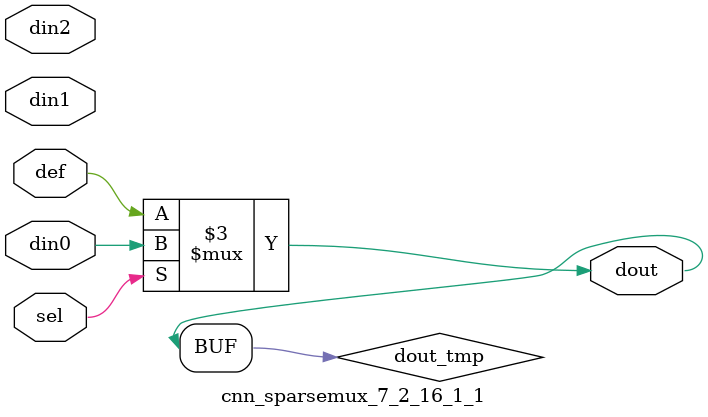
<source format=v>
`timescale 1ns / 1ps

module cnn_sparsemux_7_2_16_1_1 (din0,din1,din2,def,sel,dout);

parameter din0_WIDTH = 1;

parameter din1_WIDTH = 1;

parameter din2_WIDTH = 1;

parameter def_WIDTH = 1;
parameter sel_WIDTH = 1;
parameter dout_WIDTH = 1;

parameter [sel_WIDTH-1:0] CASE0 = 1;

parameter [sel_WIDTH-1:0] CASE1 = 1;

parameter [sel_WIDTH-1:0] CASE2 = 1;

parameter ID = 1;
parameter NUM_STAGE = 1;



input [din0_WIDTH-1:0] din0;

input [din1_WIDTH-1:0] din1;

input [din2_WIDTH-1:0] din2;

input [def_WIDTH-1:0] def;
input [sel_WIDTH-1:0] sel;

output [dout_WIDTH-1:0] dout;



reg [dout_WIDTH-1:0] dout_tmp;

always @ (*) begin
case (sel)
    
    CASE0 : dout_tmp = din0;
    
    CASE1 : dout_tmp = din1;
    
    CASE2 : dout_tmp = din2;
    
    default : dout_tmp = def;
endcase
end


assign dout = dout_tmp;



endmodule

</source>
